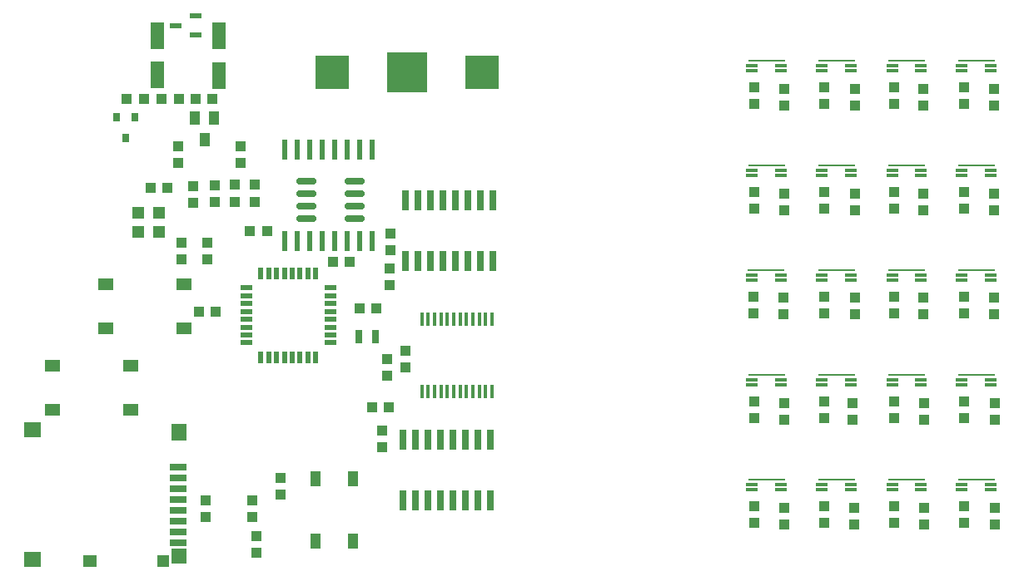
<source format=gbr>
%TF.GenerationSoftware,KiCad,Pcbnew,(6.0.1)*%
%TF.CreationDate,2022-12-05T15:43:15-08:00*%
%TF.ProjectId,MusselGapeTracker_RevF,4d757373-656c-4476-9170-65547261636b,rev?*%
%TF.SameCoordinates,Original*%
%TF.FileFunction,Paste,Top*%
%TF.FilePolarity,Positive*%
%FSLAX46Y46*%
G04 Gerber Fmt 4.6, Leading zero omitted, Abs format (unit mm)*
G04 Created by KiCad (PCBNEW (6.0.1)) date 2022-12-05 15:43:15*
%MOMM*%
%LPD*%
G01*
G04 APERTURE LIST*
G04 Aperture macros list*
%AMRoundRect*
0 Rectangle with rounded corners*
0 $1 Rounding radius*
0 $2 $3 $4 $5 $6 $7 $8 $9 X,Y pos of 4 corners*
0 Add a 4 corners polygon primitive as box body*
4,1,4,$2,$3,$4,$5,$6,$7,$8,$9,$2,$3,0*
0 Add four circle primitives for the rounded corners*
1,1,$1+$1,$2,$3*
1,1,$1+$1,$4,$5*
1,1,$1+$1,$6,$7*
1,1,$1+$1,$8,$9*
0 Add four rect primitives between the rounded corners*
20,1,$1+$1,$2,$3,$4,$5,0*
20,1,$1+$1,$4,$5,$6,$7,0*
20,1,$1+$1,$6,$7,$8,$9,0*
20,1,$1+$1,$8,$9,$2,$3,0*%
G04 Aperture macros list end*
%ADD10R,1.000000X1.100000*%
%ADD11R,1.100000X1.000000*%
%ADD12R,0.800000X0.900000*%
%ADD13R,1.250000X0.300000*%
%ADD14R,3.700000X0.150000*%
%ADD15R,1.270000X0.558800*%
%ADD16R,1.550000X1.300000*%
%ADD17R,0.660400X2.032000*%
%ADD18R,1.400000X2.667000*%
%ADD19R,0.700000X1.450000*%
%ADD20R,1.000000X1.600000*%
%ADD21R,1.000000X1.400000*%
%ADD22R,1.200000X1.200000*%
%ADD23R,4.064000X4.064000*%
%ADD24R,3.429000X3.429000*%
%ADD25R,1.400000X1.290000*%
%ADD26R,1.300000X1.290000*%
%ADD27R,1.680000X0.800000*%
%ADD28R,1.500000X1.600000*%
%ADD29R,1.500000X1.700000*%
%ADD30R,1.700000X1.500000*%
%ADD31RoundRect,0.150000X-0.825000X-0.150000X0.825000X-0.150000X0.825000X0.150000X-0.825000X0.150000X0*%
%ADD32R,0.348000X1.397000*%
%ADD33RoundRect,0.041300X0.253700X-0.983700X0.253700X0.983700X-0.253700X0.983700X-0.253700X-0.983700X0*%
%ADD34R,0.558800X1.270000*%
G04 APERTURE END LIST*
D10*
%TO.C,C55*%
X183070500Y-97179700D03*
X183070500Y-95479700D03*
%TD*%
D11*
%TO.C,R60*%
X187032900Y-107695300D03*
X187032900Y-105995300D03*
%TD*%
D12*
%TO.C,P-FET*%
X109850000Y-87750000D03*
X107950000Y-87750000D03*
X108900000Y-89850000D03*
%TD*%
D13*
%TO.C,A139_HALL1*%
X175528500Y-125684100D03*
X175528500Y-125184100D03*
D14*
X174053500Y-124684100D03*
D13*
X172578500Y-125184100D03*
X172578500Y-125684100D03*
%TD*%
D11*
%TO.C,R67*%
X179895500Y-86384700D03*
X179895500Y-84684700D03*
%TD*%
D15*
%TO.C,MCP1700T-3302*%
X116016400Y-79314800D03*
X116016400Y-77435200D03*
X113933600Y-78375000D03*
%TD*%
D13*
%TO.C,A139_HALL9*%
X196864500Y-93654700D03*
X196864500Y-93154700D03*
D14*
X195389500Y-92654700D03*
D13*
X193914500Y-93154700D03*
X193914500Y-93654700D03*
%TD*%
D11*
%TO.C,R9*%
X121975000Y-96325000D03*
X121975000Y-94625000D03*
%TD*%
D10*
%TO.C,R3*%
X133960500Y-117310100D03*
X135660500Y-117310100D03*
%TD*%
D11*
%TO.C,R64*%
X187032900Y-129082100D03*
X187032900Y-127382100D03*
%TD*%
D16*
%TO.C,BUTTON2*%
X109359600Y-117515200D03*
X101409600Y-117515200D03*
X109359600Y-113015200D03*
X101409600Y-113015200D03*
%TD*%
D13*
%TO.C,A139_HALL11*%
X196864500Y-104322700D03*
X196864500Y-103822700D03*
D14*
X195389500Y-103322700D03*
D13*
X193914500Y-103822700D03*
X193914500Y-104322700D03*
%TD*%
D11*
%TO.C,R65*%
X194119500Y-129082100D03*
X194119500Y-127382100D03*
%TD*%
D13*
%TO.C,A139_HALL10*%
X189777900Y-104322700D03*
X189777900Y-103822700D03*
D14*
X188302900Y-103322700D03*
D13*
X186827900Y-103822700D03*
X186827900Y-104322700D03*
%TD*%
D11*
%TO.C,R61*%
X194119500Y-107695300D03*
X194119500Y-105995300D03*
%TD*%
D10*
%TO.C,C56*%
X175806100Y-107822300D03*
X175806100Y-106122300D03*
%TD*%
D13*
%TO.C,A139_HALL5*%
X182640500Y-93654700D03*
X182640500Y-93154700D03*
D14*
X181165500Y-92654700D03*
D13*
X179690500Y-93154700D03*
X179690500Y-93654700D03*
%TD*%
%TO.C,A139_HALL4*%
X182640500Y-125684100D03*
X182640500Y-125184100D03*
D14*
X181165500Y-124684100D03*
D13*
X179690500Y-125184100D03*
X179690500Y-125684100D03*
%TD*%
D17*
%TO.C,SHIFT_1*%
X137096500Y-126733500D03*
X138366500Y-126733500D03*
X139636500Y-126733500D03*
X140906500Y-126733500D03*
X142176500Y-126733500D03*
X143446500Y-126733500D03*
X144716500Y-126733500D03*
X145986500Y-126733500D03*
X145986500Y-120586700D03*
X144716500Y-120586700D03*
X143446500Y-120586700D03*
X142176500Y-120586700D03*
X140906500Y-120586700D03*
X139636500Y-120586700D03*
X138366500Y-120586700D03*
X137096500Y-120586700D03*
%TD*%
D18*
%TO.C,C1*%
X112100000Y-79418600D03*
X112100000Y-83431400D03*
%TD*%
D10*
%TO.C,C8*%
X134937500Y-121335100D03*
X134937500Y-119635100D03*
%TD*%
D19*
%TO.C,INDUCTOR*%
X132614300Y-110096500D03*
X134314300Y-110096500D03*
%TD*%
D10*
%TO.C,R14*%
X131660000Y-102463600D03*
X129960000Y-102463600D03*
%TD*%
D20*
%TO.C,RESET*%
X128211500Y-130924100D03*
X128211500Y-124524100D03*
X132011500Y-130924100D03*
X132011500Y-124524100D03*
%TD*%
D21*
%TO.C,BJT*%
X117850000Y-87800000D03*
X115950000Y-87800000D03*
X116900000Y-90000000D03*
%TD*%
D22*
%TO.C,LED2*%
X112238500Y-99403100D03*
X110138500Y-99403100D03*
%TD*%
D16*
%TO.C,BUTTON1*%
X114769800Y-109260200D03*
X106819800Y-109260200D03*
X114769800Y-104760200D03*
X106819800Y-104760200D03*
%TD*%
D11*
%TO.C,R53*%
X179895500Y-118388700D03*
X179895500Y-116688700D03*
%TD*%
D10*
%TO.C,C66*%
X175831500Y-86511700D03*
X175831500Y-84811700D03*
%TD*%
%TO.C,C53*%
X182816500Y-118515700D03*
X182816500Y-116815700D03*
%TD*%
D11*
%TO.C,R15*%
X135686800Y-104825100D03*
X135686800Y-103125100D03*
%TD*%
%TO.C,R4*%
X122161300Y-132104700D03*
X122161300Y-130404700D03*
%TD*%
D10*
%TO.C,R32*%
X112560600Y-85904000D03*
X114260600Y-85904000D03*
%TD*%
D11*
%TO.C,R59*%
X194119500Y-97052700D03*
X194119500Y-95352700D03*
%TD*%
D10*
%TO.C,R33*%
X110704600Y-85904000D03*
X109004600Y-85904000D03*
%TD*%
D11*
%TO.C,R58*%
X187032900Y-97052700D03*
X187032900Y-95352700D03*
%TD*%
D10*
%TO.C,C65*%
X197294500Y-129209100D03*
X197294500Y-127509100D03*
%TD*%
%TO.C,C62*%
X190080900Y-118515700D03*
X190080900Y-116815700D03*
%TD*%
D22*
%TO.C,LED1*%
X112238500Y-97498100D03*
X110138500Y-97498100D03*
%TD*%
D11*
%TO.C,R50*%
X172783500Y-97052700D03*
X172783500Y-95352700D03*
%TD*%
D18*
%TO.C,C2*%
X118325000Y-79443600D03*
X118325000Y-83456400D03*
%TD*%
D13*
%TO.C,A139_HALL6*%
X175503100Y-104297300D03*
X175503100Y-103797300D03*
D14*
X174028100Y-103297300D03*
D13*
X172553100Y-103797300D03*
X172553100Y-104297300D03*
%TD*%
%TO.C,A139_HALL2*%
X175528500Y-114990700D03*
X175528500Y-114490700D03*
D14*
X174053500Y-113990700D03*
D13*
X172578500Y-114490700D03*
X172578500Y-114990700D03*
%TD*%
D11*
%TO.C,C23*%
X132639700Y-107226300D03*
X134339700Y-107226300D03*
%TD*%
%TO.C,C3*%
X118007500Y-107531100D03*
X116307500Y-107531100D03*
%TD*%
D13*
%TO.C,A139_HALL8*%
X189777900Y-93654700D03*
X189777900Y-93154700D03*
D14*
X188302900Y-92654700D03*
D13*
X186827900Y-93154700D03*
X186827900Y-93654700D03*
%TD*%
D11*
%TO.C,R28*%
X135445500Y-114096100D03*
X135445500Y-112396100D03*
%TD*%
D23*
%TO.C,CR1220_BATTERY0*%
X137477500Y-83147100D03*
D24*
X129857500Y-83147100D03*
X145097500Y-83147100D03*
%TD*%
D13*
%TO.C,A139_HALL0*%
X175528500Y-93654700D03*
X175528500Y-93154700D03*
D14*
X174053500Y-92654700D03*
D13*
X172578500Y-93154700D03*
X172578500Y-93654700D03*
%TD*%
D11*
%TO.C,R6*%
X115700000Y-96425000D03*
X115700000Y-94725000D03*
%TD*%
D13*
%TO.C,A139_HALL15*%
X196864500Y-125658700D03*
X196864500Y-125158700D03*
D14*
X195389500Y-124658700D03*
D13*
X193914500Y-125158700D03*
X193914500Y-125658700D03*
%TD*%
D11*
%TO.C,R1*%
X117195600Y-100496000D03*
X117195600Y-102196000D03*
%TD*%
%TO.C,R29*%
X120599200Y-90717000D03*
X120599200Y-92417000D03*
%TD*%
D10*
%TO.C,C59*%
X197167500Y-97179700D03*
X197167500Y-95479700D03*
%TD*%
%TO.C,C58*%
X189953900Y-97179700D03*
X189953900Y-95479700D03*
%TD*%
D11*
%TO.C,R69*%
X194119500Y-86384700D03*
X194119500Y-84684700D03*
%TD*%
D10*
%TO.C,C6*%
X137350500Y-113207100D03*
X137350500Y-111507100D03*
%TD*%
D11*
%TO.C,R5*%
X124625100Y-124461100D03*
X124625100Y-126161100D03*
%TD*%
D10*
%TO.C,C54*%
X182943500Y-129209100D03*
X182943500Y-127509100D03*
%TD*%
D13*
%TO.C,A139_HALL14*%
X189777900Y-125658700D03*
X189777900Y-125158700D03*
D14*
X188302900Y-124658700D03*
D13*
X186827900Y-125158700D03*
X186827900Y-125658700D03*
%TD*%
%TO.C,A139_HALL12*%
X189777900Y-114990700D03*
X189777900Y-114490700D03*
D14*
X188302900Y-113990700D03*
D13*
X186827900Y-114490700D03*
X186827900Y-114990700D03*
%TD*%
D10*
%TO.C,C69*%
X197167500Y-86511700D03*
X197167500Y-84811700D03*
%TD*%
D11*
%TO.C,R7*%
X117975000Y-96350000D03*
X117975000Y-94650000D03*
%TD*%
D13*
%TO.C,A139_HALL18*%
X189777900Y-82986700D03*
X189777900Y-82486700D03*
D14*
X188302900Y-81986700D03*
D13*
X186827900Y-82486700D03*
X186827900Y-82986700D03*
%TD*%
D17*
%TO.C,SHIFT_0*%
X137350500Y-102349500D03*
X138620500Y-102349500D03*
X139890500Y-102349500D03*
X141160500Y-102349500D03*
X142430500Y-102349500D03*
X143700500Y-102349500D03*
X144970500Y-102349500D03*
X146240500Y-102349500D03*
X146240500Y-96202700D03*
X144970500Y-96202700D03*
X143700500Y-96202700D03*
X142430500Y-96202700D03*
X141160500Y-96202700D03*
X139890500Y-96202700D03*
X138620500Y-96202700D03*
X137350500Y-96202700D03*
%TD*%
D13*
%TO.C,A139_HALL7*%
X182640500Y-104322700D03*
X182640500Y-103822700D03*
D14*
X181165500Y-103322700D03*
D13*
X179690500Y-103822700D03*
X179690500Y-104322700D03*
%TD*%
D10*
%TO.C,C52*%
X175831500Y-118515700D03*
X175831500Y-116815700D03*
%TD*%
D13*
%TO.C,A139_HALL13*%
X196864500Y-114990700D03*
X196864500Y-114490700D03*
D14*
X195389500Y-113990700D03*
D13*
X193914500Y-114490700D03*
X193914500Y-114990700D03*
%TD*%
D11*
%TO.C,R8*%
X119975000Y-96325000D03*
X119975000Y-94625000D03*
%TD*%
%TO.C,R57*%
X179895500Y-107695300D03*
X179895500Y-105995300D03*
%TD*%
D13*
%TO.C,A139_HALL3*%
X182640500Y-114990700D03*
X182640500Y-114490700D03*
D14*
X181165500Y-113990700D03*
D13*
X179690500Y-114490700D03*
X179690500Y-114990700D03*
%TD*%
D10*
%TO.C,C50*%
X175831500Y-97179700D03*
X175831500Y-95479700D03*
%TD*%
%TO.C,C9*%
X135813800Y-101281600D03*
X135813800Y-99581600D03*
%TD*%
%TO.C,C64*%
X190080900Y-129209100D03*
X190080900Y-127509100D03*
%TD*%
D11*
%TO.C,R54*%
X179895500Y-129082100D03*
X179895500Y-127382100D03*
%TD*%
D13*
%TO.C,A139_HALL17*%
X182640500Y-82986700D03*
X182640500Y-82486700D03*
D14*
X181165500Y-81986700D03*
D13*
X179690500Y-82486700D03*
X179690500Y-82986700D03*
%TD*%
D25*
%TO.C,U$1*%
X105227500Y-132915700D03*
D26*
X112697500Y-132915700D03*
D27*
X114187500Y-124470700D03*
X114187500Y-128870700D03*
X114187500Y-129970700D03*
D28*
X114277500Y-132470700D03*
D29*
X114277500Y-119820700D03*
D30*
X99427500Y-132810700D03*
X99427500Y-119520700D03*
D27*
X114187500Y-125570700D03*
X114187500Y-123370700D03*
X114187500Y-131070700D03*
X114187500Y-127770700D03*
X114187500Y-126670700D03*
%TD*%
D10*
%TO.C,C4*%
X121729500Y-126747100D03*
X121729500Y-128447100D03*
%TD*%
%TO.C,C57*%
X183070500Y-107822300D03*
X183070500Y-106122300D03*
%TD*%
%TO.C,C61*%
X197167500Y-107822300D03*
X197167500Y-106122300D03*
%TD*%
D11*
%TO.C,R55*%
X179895500Y-97052700D03*
X179895500Y-95352700D03*
%TD*%
D10*
%TO.C,C63*%
X197294500Y-118515700D03*
X197294500Y-116815700D03*
%TD*%
D11*
%TO.C,R63*%
X194119500Y-118388700D03*
X194119500Y-116688700D03*
%TD*%
%TO.C,R30*%
X114225000Y-90650000D03*
X114225000Y-92350000D03*
%TD*%
%TO.C,R68*%
X187032900Y-86384700D03*
X187032900Y-84684700D03*
%TD*%
%TO.C,C5*%
X111405300Y-94907300D03*
X113105300Y-94907300D03*
%TD*%
D10*
%TO.C,C10*%
X117030500Y-126747100D03*
X117030500Y-128447100D03*
%TD*%
D13*
%TO.C,A139_HALL16*%
X175528500Y-82986700D03*
X175528500Y-82486700D03*
D14*
X174053500Y-81986700D03*
D13*
X172578500Y-82486700D03*
X172578500Y-82986700D03*
%TD*%
D11*
%TO.C,C7*%
X123232400Y-99314400D03*
X121532400Y-99314400D03*
%TD*%
%TO.C,R2*%
X114554000Y-100521400D03*
X114554000Y-102221400D03*
%TD*%
D13*
%TO.C,A139_HALL19*%
X196864500Y-82986700D03*
X196864500Y-82486700D03*
D14*
X195389500Y-81986700D03*
D13*
X193914500Y-82486700D03*
X193914500Y-82986700D03*
%TD*%
D31*
%TO.C,U3*%
X127217400Y-94259400D03*
X127217400Y-95529400D03*
X127217400Y-96799400D03*
X127217400Y-98069400D03*
X132167400Y-98069400D03*
X132167400Y-96799400D03*
X132167400Y-95529400D03*
X132167400Y-94259400D03*
%TD*%
D32*
%TO.C,U$2*%
X146132500Y-108320100D03*
X145482500Y-108320100D03*
X144832500Y-108320100D03*
X144182500Y-108320100D03*
X143532500Y-108320100D03*
X142882500Y-108320100D03*
X142232500Y-108320100D03*
X141582500Y-108320100D03*
X140932500Y-108320100D03*
X140282500Y-108320100D03*
X139632500Y-108320100D03*
X138982500Y-108320100D03*
X138982500Y-115632100D03*
X139632500Y-115632100D03*
X140282500Y-115632100D03*
X140932500Y-115632100D03*
X141582500Y-115632100D03*
X142232500Y-115632100D03*
X142882500Y-115632100D03*
X143532500Y-115632100D03*
X144182500Y-115632100D03*
X144832500Y-115632100D03*
X145482500Y-115632100D03*
X146132500Y-115632100D03*
%TD*%
D10*
%TO.C,C60*%
X189953900Y-107822300D03*
X189953900Y-106122300D03*
%TD*%
D11*
%TO.C,R66*%
X172783500Y-86384700D03*
X172783500Y-84684700D03*
%TD*%
D10*
%TO.C,C51*%
X175831500Y-129209100D03*
X175831500Y-127509100D03*
%TD*%
D33*
%TO.C,U2*%
X125080000Y-100355000D03*
X126350000Y-100355000D03*
X127620000Y-100355000D03*
X128890000Y-100355000D03*
X130160000Y-100355000D03*
X131430000Y-100355000D03*
X132700000Y-100355000D03*
X133970000Y-100355000D03*
X133970000Y-91045000D03*
X132700000Y-91045000D03*
X131430000Y-91045000D03*
X130160000Y-91045000D03*
X128890000Y-91045000D03*
X127620000Y-91045000D03*
X126350000Y-91045000D03*
X125080000Y-91045000D03*
%TD*%
D15*
%TO.C,U1*%
X121119900Y-105112100D03*
X121119900Y-105912100D03*
X121119900Y-106712100D03*
X121119900Y-107512100D03*
X121119900Y-108312100D03*
X121119900Y-109112100D03*
X121119900Y-109912100D03*
X121119900Y-110712100D03*
D34*
X122612500Y-112204700D03*
X123412500Y-112204700D03*
X124212500Y-112204700D03*
X125012500Y-112204700D03*
X125812500Y-112204700D03*
X126612500Y-112204700D03*
X127412500Y-112204700D03*
X128212500Y-112204700D03*
D15*
X129705100Y-110712100D03*
X129705100Y-109912100D03*
X129705100Y-109112100D03*
X129705100Y-108312100D03*
X129705100Y-107512100D03*
X129705100Y-106712100D03*
X129705100Y-105912100D03*
X129705100Y-105112100D03*
D34*
X128212500Y-103619500D03*
X127412500Y-103619500D03*
X126612500Y-103619500D03*
X125812500Y-103619500D03*
X125012500Y-103619500D03*
X124212500Y-103619500D03*
X123412500Y-103619500D03*
X122612500Y-103619500D03*
%TD*%
D10*
%TO.C,C68*%
X189953900Y-86509400D03*
X189953900Y-84809400D03*
%TD*%
D11*
%TO.C,R56*%
X172758100Y-107695300D03*
X172758100Y-105995300D03*
%TD*%
%TO.C,R51*%
X172783500Y-129082100D03*
X172783500Y-127382100D03*
%TD*%
D10*
%TO.C,R31*%
X115989600Y-85904000D03*
X117689600Y-85904000D03*
%TD*%
%TO.C,C67*%
X183070500Y-86511700D03*
X183070500Y-84811700D03*
%TD*%
D11*
%TO.C,R62*%
X187032900Y-118388700D03*
X187032900Y-116688700D03*
%TD*%
%TO.C,R52*%
X172783500Y-118388700D03*
X172783500Y-116688700D03*
%TD*%
M02*

</source>
